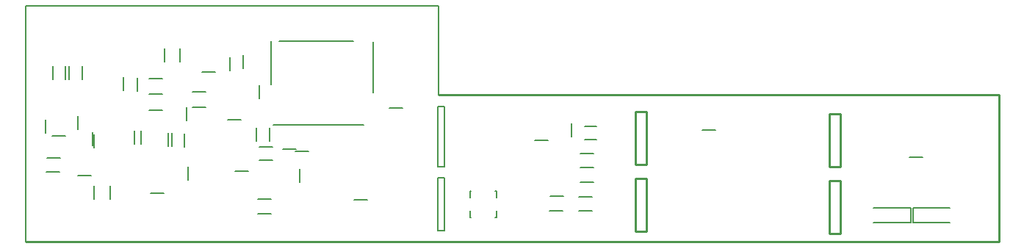
<source format=gbo>
G04 Layer_Color=32896*
%FSLAX23Y23*%
%MOIN*%
G70*
G01*
G75*
%ADD37C,0.006*%
%ADD38C,0.010*%
D37*
X1614Y4770D02*
Y4830D01*
X1860Y4690D02*
X1920D01*
X1430Y4928D02*
X1490D01*
X1430Y4869D02*
X1490D01*
X1535Y4920D02*
X1595D01*
X1418Y4956D02*
Y5016D01*
X1478Y4956D02*
Y5016D01*
X566Y5235D02*
Y5295D01*
X626Y5235D02*
Y5295D01*
X493Y5235D02*
Y5295D01*
X551Y5235D02*
Y5295D01*
X680Y4694D02*
Y4754D01*
X461Y4993D02*
Y5053D01*
X491Y4981D02*
X551D01*
X605Y5010D02*
Y5070D01*
X752Y4694D02*
Y4754D01*
X465Y4879D02*
X525D01*
X463Y4817D02*
X522D01*
X4217Y4587D02*
X4385D01*
Y4653D01*
X4217D02*
X4385D01*
X3440Y5005D02*
X3500D01*
X1520Y5410D02*
X1855D01*
X1945Y5175D02*
Y5405D01*
X1484Y5213D02*
Y5409D01*
X1493Y5028D02*
X1902Y5028D01*
X4395Y4653D02*
X4563D01*
X4395Y4587D02*
Y4653D01*
Y4587D02*
X4563D01*
X2885Y4900D02*
X2945D01*
X2885Y4835D02*
X2945D01*
X2885Y4770D02*
X2945D01*
X2905Y4964D02*
X2960D01*
X2905Y5024D02*
X2960D01*
X2385Y4610D02*
Y4640D01*
Y4610D02*
X2390D01*
X2500Y4730D02*
X2505D01*
Y4700D02*
Y4730D01*
X2500Y4610D02*
X2505D01*
Y4640D01*
X2385Y4700D02*
Y4730D01*
X2390D01*
X862Y4943D02*
Y5003D01*
X1128Y5108D02*
X1188D01*
X1320Y4820D02*
X1380D01*
X1295Y5275D02*
Y5335D01*
X938Y4719D02*
X998D01*
X930Y5168D02*
X990D01*
X1091Y4928D02*
Y4988D01*
X877Y5183D02*
Y5243D01*
X930Y5240D02*
X990D01*
X1032Y4932D02*
Y4992D01*
X1128Y5180D02*
X1188D01*
X812Y5186D02*
Y5246D01*
X1100Y5048D02*
Y5108D01*
X930Y5096D02*
X990D01*
X680Y4925D02*
Y4985D01*
X1429Y5149D02*
Y5209D01*
X1288Y5053D02*
X1348D01*
X1106Y4778D02*
Y4838D01*
X673Y4935D02*
Y4995D01*
X1357Y5285D02*
Y5345D01*
X1018Y4932D02*
Y4992D01*
X892Y4942D02*
Y5002D01*
X2745Y4639D02*
X2805D01*
X1423Y4692D02*
X1483D01*
X1071Y5317D02*
Y5377D01*
X999Y5317D02*
Y5377D01*
X4380Y4884D02*
X4440D01*
X2019Y5107D02*
X2079D01*
X1170Y5268D02*
X1230D01*
X1424Y4625D02*
X1484D01*
X2880Y4639D02*
X2940D01*
X2750Y4705D02*
X2810D01*
X2880Y4704D02*
X2940D01*
X1593Y4909D02*
X1653D01*
X2846Y4975D02*
Y5035D01*
X608Y4801D02*
X668D01*
X2681Y4960D02*
X2741D01*
X369Y4498D02*
Y5568D01*
X2240Y4838D02*
Y5113D01*
Y4838D02*
X2270D01*
Y5113D01*
X2240D02*
X2270D01*
X2240Y4548D02*
Y4788D01*
Y4548D02*
X2270D01*
Y4788D01*
X2240D02*
X2270D01*
X369Y5568D02*
X2243D01*
Y5165D02*
Y5568D01*
D38*
X369Y4498D02*
X3998D01*
X3135Y4785D02*
X3185D01*
Y4545D02*
Y4785D01*
X3135Y4545D02*
X3185D01*
X3135D02*
Y4785D01*
Y5090D02*
X3185D01*
Y4850D02*
Y5090D01*
X3135Y4850D02*
X3185D01*
X3135D02*
Y5090D01*
X4785Y4498D02*
Y4780D01*
X3998Y4498D02*
X4785D01*
X4015Y4840D02*
Y5080D01*
Y4840D02*
X4065D01*
Y5080D01*
X4015D02*
X4065D01*
X4015Y4535D02*
Y4775D01*
Y4535D02*
X4065D01*
Y4775D01*
X4015D02*
X4065D01*
X2243Y5165D02*
X4785D01*
Y4780D02*
Y5165D01*
M02*

</source>
